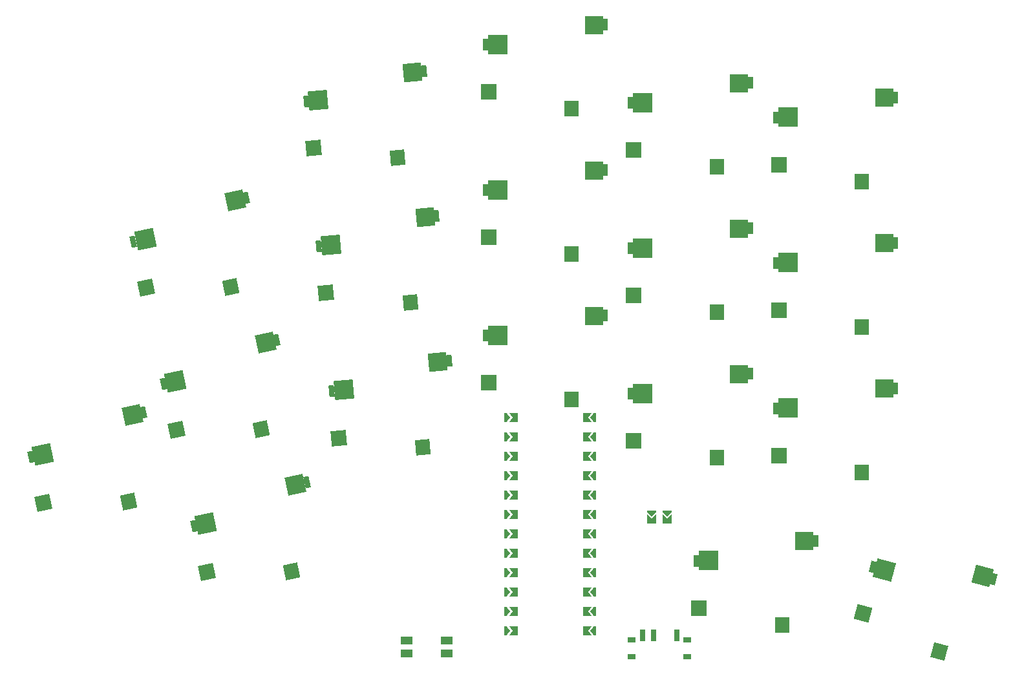
<source format=gbr>
%TF.GenerationSoftware,KiCad,Pcbnew,8.0.4*%
%TF.CreationDate,2024-11-28T23:07:48+01:00*%
%TF.ProjectId,reversible_split,72657665-7273-4696-926c-655f73706c69,v1.0.0*%
%TF.SameCoordinates,Original*%
%TF.FileFunction,Paste,Bot*%
%TF.FilePolarity,Positive*%
%FSLAX46Y46*%
G04 Gerber Fmt 4.6, Leading zero omitted, Abs format (unit mm)*
G04 Created by KiCad (PCBNEW 8.0.4) date 2024-11-28 23:07:48*
%MOMM*%
%LPD*%
G01*
G04 APERTURE LIST*
G04 Aperture macros list*
%AMRotRect*
0 Rectangle, with rotation*
0 The origin of the aperture is its center*
0 $1 length*
0 $2 width*
0 $3 Rotation angle, in degrees counterclockwise*
0 Add horizontal line*
21,1,$1,$2,0,0,$3*%
%AMFreePoly0*
4,1,6,0.600000,-1.000000,0.000000,-0.400000,-0.600000,-1.000000,-0.600000,0.250000,0.600000,0.250000,0.600000,-1.000000,0.600000,-1.000000,$1*%
%AMFreePoly1*
4,1,6,0.600000,-0.200000,0.600000,-0.400000,-0.600000,-0.400000,-0.600000,-0.200000,0.000000,0.400000,0.600000,-0.200000,0.600000,-0.200000,$1*%
%AMFreePoly2*
4,1,6,0.500000,-0.625000,0.250000,-0.625000,-0.250000,0.000000,0.250000,0.625000,0.500000,0.625000,0.500000,-0.625000,0.500000,-0.625000,$1*%
%AMFreePoly3*
4,1,6,0.150000,0.000000,0.650000,-0.625000,-0.500000,-0.625000,-0.500000,0.625000,0.650000,0.625000,0.150000,0.000000,0.150000,0.000000,$1*%
G04 Aperture macros list end*
%ADD10RotRect,0.700000X1.500000X5.000000*%
%ADD11RotRect,2.000000X2.000000X185.000000*%
%ADD12RotRect,2.500000X2.500000X185.000000*%
%ADD13RotRect,1.900000X2.000000X185.000000*%
%ADD14RotRect,2.400000X2.400000X185.000000*%
%ADD15R,0.700000X1.500000*%
%ADD16R,2.000000X2.000000*%
%ADD17R,2.500000X2.500000*%
%ADD18R,1.900000X2.000000*%
%ADD19R,2.400000X2.400000*%
%ADD20R,1.000000X0.800000*%
%ADD21RotRect,0.700000X1.500000X12.000000*%
%ADD22RotRect,2.000000X2.000000X192.000000*%
%ADD23RotRect,2.500000X2.500000X192.000000*%
%ADD24RotRect,1.900000X2.000000X192.000000*%
%ADD25RotRect,2.400000X2.400000X192.000000*%
%ADD26RotRect,0.700000X1.500000X345.000000*%
%ADD27RotRect,2.000000X2.000000X165.000000*%
%ADD28RotRect,2.500000X2.500000X165.000000*%
%ADD29RotRect,1.900000X2.000000X165.000000*%
%ADD30RotRect,2.400000X2.400000X165.000000*%
%ADD31R,1.550000X1.000000*%
%ADD32FreePoly0,180.000000*%
%ADD33FreePoly1,180.000000*%
%ADD34FreePoly2,0.000000*%
%ADD35FreePoly2,180.000000*%
%ADD36FreePoly3,180.000000*%
%ADD37FreePoly3,0.000000*%
G04 APERTURE END LIST*
D10*
%TO.C,S5*%
X153103702Y-94335077D03*
D11*
X154042545Y-100476622D03*
D12*
X154694127Y-94155780D03*
D13*
X165092810Y-101718252D03*
D14*
X167024805Y-90527283D03*
D10*
X168517354Y-90376628D03*
%TD*%
D15*
%TO.C,S13*%
X192274991Y-56575522D03*
D16*
X192674991Y-62775522D03*
D17*
X193874991Y-56535523D03*
D18*
X203574991Y-64975522D03*
D19*
X206474992Y-53995522D03*
D15*
X207974991Y-53975523D03*
%TD*%
D20*
%TO.C,PWR1*%
X199712495Y-126951521D03*
X192412493Y-126951521D03*
X192412494Y-129161519D03*
X199712493Y-129161522D03*
D15*
X198312494Y-126301521D03*
X195312493Y-126301521D03*
X193812494Y-126301521D03*
%TD*%
D10*
%TO.C,S7*%
X149783068Y-56380058D03*
D11*
X150721911Y-62521603D03*
D12*
X151373493Y-56200761D03*
D13*
X161772176Y-63763233D03*
D14*
X163704171Y-52572264D03*
D10*
X165196720Y-52421609D03*
%TD*%
D21*
%TO.C,S3*%
X131111484Y-93427950D03*
D22*
X132791796Y-99409300D03*
D23*
X132668204Y-93056163D03*
D24*
X143911010Y-99294986D03*
D25*
X144464768Y-87951983D03*
D21*
X145927831Y-87620552D03*
%TD*%
D15*
%TO.C,S16*%
X211274994Y-58480523D03*
D16*
X211674994Y-64680523D03*
D17*
X212874994Y-58440524D03*
D18*
X222574994Y-66880523D03*
D19*
X225474995Y-55900523D03*
D15*
X226974994Y-55880524D03*
%TD*%
%TO.C,S15*%
X211274992Y-77530523D03*
D16*
X211674992Y-83730523D03*
D17*
X212874992Y-77490524D03*
D18*
X222574992Y-85930523D03*
D19*
X225474993Y-74950523D03*
D15*
X226974992Y-74930524D03*
%TD*%
D26*
%TO.C,S18*%
X223960961Y-117387878D03*
D27*
X222742655Y-123480145D03*
D28*
X225516797Y-117763351D03*
D29*
X232701845Y-128426310D03*
D30*
X238344863Y-118571019D03*
D26*
X239798928Y-118939929D03*
%TD*%
D15*
%TO.C,S12*%
X192274992Y-75625520D03*
D16*
X192674992Y-81825520D03*
D17*
X193874992Y-75585521D03*
D18*
X203574992Y-84025520D03*
D19*
X206474993Y-73045520D03*
D15*
X207974992Y-73025521D03*
%TD*%
%TO.C,S14*%
X211274991Y-96580524D03*
D16*
X211674991Y-102780524D03*
D17*
X212874991Y-96540525D03*
D18*
X222574991Y-104980524D03*
D19*
X225474992Y-94000524D03*
D15*
X226974991Y-93980525D03*
%TD*%
D21*
%TO.C,S2*%
X135072208Y-112061659D03*
D22*
X136752520Y-118043009D03*
D23*
X136628928Y-111689872D03*
D24*
X147871734Y-117928695D03*
D25*
X148425492Y-106585692D03*
D21*
X149888555Y-106254261D03*
%TD*%
D10*
%TO.C,S6*%
X151443390Y-75357568D03*
D11*
X152382233Y-81499113D03*
D12*
X153033815Y-75178271D03*
D13*
X163432498Y-82740743D03*
D14*
X165364493Y-71549774D03*
D10*
X166857042Y-71399119D03*
%TD*%
D15*
%TO.C,S11*%
X192274991Y-94675522D03*
D16*
X192674991Y-100875522D03*
D17*
X193874991Y-94635523D03*
D18*
X203574991Y-103075522D03*
D19*
X206474992Y-92095522D03*
D15*
X207974991Y-92075523D03*
%TD*%
%TO.C,S8*%
X173274992Y-87055523D03*
D16*
X173674992Y-93255523D03*
D17*
X174874992Y-87015524D03*
D18*
X184574992Y-95455523D03*
D19*
X187474993Y-84475523D03*
D15*
X188974992Y-84455524D03*
%TD*%
%TO.C,S10*%
X173274991Y-48955525D03*
D16*
X173674991Y-55155525D03*
D17*
X174874991Y-48915526D03*
D18*
X184574991Y-57355525D03*
D19*
X187474992Y-46375525D03*
D15*
X188974991Y-46355526D03*
%TD*%
D21*
%TO.C,S1*%
X113714898Y-102968382D03*
D22*
X115395210Y-108949732D03*
D23*
X115271618Y-102596595D03*
D24*
X126514424Y-108835418D03*
D25*
X127068182Y-97492415D03*
D21*
X128531245Y-97160984D03*
%TD*%
D31*
%TO.C,RST1*%
X168157488Y-128696021D03*
X168157488Y-126996021D03*
X162907488Y-128696021D03*
X162907488Y-126996021D03*
%TD*%
D15*
%TO.C,S9*%
X173274994Y-68005524D03*
D16*
X173674994Y-74205524D03*
D17*
X174874994Y-67965525D03*
D18*
X184574994Y-76405524D03*
D19*
X187474995Y-65425524D03*
D15*
X188974994Y-65405525D03*
%TD*%
D21*
%TO.C,S4*%
X127150769Y-74794239D03*
D22*
X128831081Y-80775589D03*
D23*
X128707489Y-74422452D03*
D24*
X139950295Y-80661275D03*
D25*
X140504053Y-69318272D03*
D21*
X141967116Y-68986841D03*
%TD*%
D15*
%TO.C,S17*%
X200847487Y-116583023D03*
D16*
X201247487Y-122783023D03*
D17*
X202447487Y-116543024D03*
D18*
X212147487Y-124983023D03*
D19*
X215047488Y-114003023D03*
D15*
X216547487Y-113983024D03*
%TD*%
D32*
%TO.C,JST1*%
X197062491Y-111421525D03*
X195062491Y-111421525D03*
D33*
X195062491Y-110405525D03*
X197062491Y-110405525D03*
%TD*%
D34*
%TO.C,MCU1*%
X187274985Y-125782274D03*
X187274988Y-123242274D03*
X187274988Y-120702274D03*
X187274988Y-118162273D03*
X187274988Y-115622274D03*
X187274988Y-113082274D03*
X187274988Y-110542274D03*
X187274988Y-108002274D03*
X187274988Y-105462274D03*
X187274988Y-102922274D03*
X187274988Y-100382274D03*
X187274988Y-97842274D03*
D35*
X176274990Y-97842274D03*
X176274991Y-100382274D03*
X176274988Y-102922274D03*
X176274988Y-105462274D03*
X176274988Y-108002275D03*
X176274988Y-110542274D03*
X176274988Y-113082274D03*
X176274988Y-115622274D03*
X176274988Y-118162274D03*
X176274988Y-120702274D03*
X176274988Y-123242274D03*
X176274988Y-125782274D03*
D36*
X176999988Y-125782274D03*
X176999989Y-123242273D03*
X176999989Y-120702274D03*
X176999985Y-118162274D03*
X176999988Y-115622274D03*
X176999988Y-113082274D03*
X176999988Y-110542274D03*
X176999985Y-108002274D03*
X176999988Y-105462274D03*
X176999988Y-102922274D03*
X176999988Y-100382274D03*
X176999988Y-97842274D03*
D37*
X186549988Y-97842274D03*
X186549988Y-100382274D03*
X186549987Y-102922275D03*
X186549987Y-105462274D03*
X186549991Y-108002274D03*
X186549988Y-110542274D03*
X186549988Y-113082274D03*
X186549988Y-115622274D03*
X186549991Y-118162274D03*
X186549988Y-120702274D03*
X186549988Y-123242274D03*
X186549988Y-125782274D03*
%TD*%
M02*

</source>
